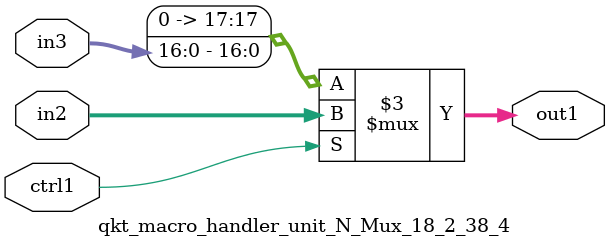
<source format=v>

`timescale 1ps / 1ps


module qkt_macro_handler_unit_N_Mux_18_2_38_4( in3, in2, ctrl1, out1 );

    input [16:0] in3;
    input [17:0] in2;
    input ctrl1;
    output [17:0] out1;
    reg [17:0] out1;

    
    // rtl_process:qkt_macro_handler_unit_N_Mux_18_2_38_4/qkt_macro_handler_unit_N_Mux_18_2_38_4_thread_1
    always @*
      begin : qkt_macro_handler_unit_N_Mux_18_2_38_4_thread_1
        case (ctrl1) 
          1'b1: 
            begin
              out1 = in2;
            end
          default: 
            begin
              out1 = {1'b0, in3};
            end
        endcase
      end

endmodule



</source>
